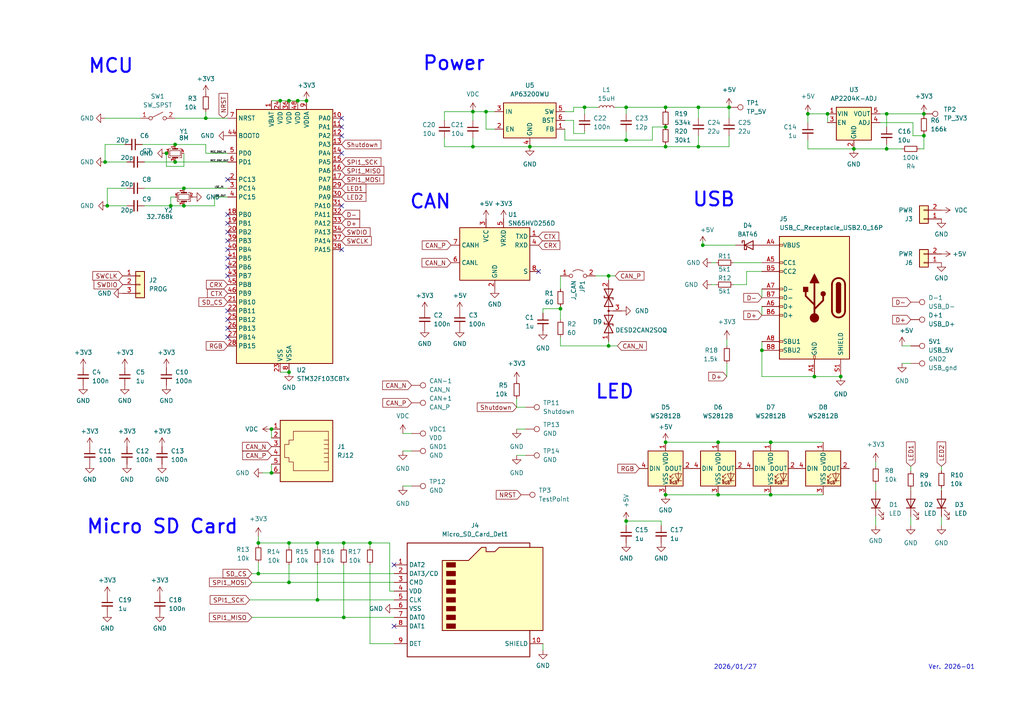
<source format=kicad_sch>
(kicad_sch (version 20231120) (generator "eeschema") (generator_version "8.0")
  (paper "A4")
  (junction (at 202.565 42.545))
  (junction (at 202.565 31.115))
  (junction (at 234.315 33.02))
  (junction (at 181.61 151.13))
  (junction (at 30.48 46.99))
  (junction (at 193.04 36.83))
  (junction (at 176.53 100.33))
  (junction (at 181.61 31.115))
  (junction (at 181.61 40.64))
  (junction (at 83.82 168.91))
  (junction (at 223.52 143.51))
  (junction (at 31.115 59.69))
  (junction (at 208.28 128.27))
  (junction (at 81.28 29.21))
  (junction (at 99.695 157.48))
  (junction (at 153.67 42.545))
  (junction (at 49.53 59.69))
  (junction (at 92.075 173.99))
  (junction (at 193.04 31.115))
  (junction (at 83.82 107.95))
  (junction (at 48.26 44.45))
  (junction (at 83.82 29.21))
  (junction (at 243.84 109.22))
  (junction (at 220.98 101.6))
  (junction (at 137.16 32.385))
  (junction (at 223.52 128.27))
  (junction (at 169.545 31.115))
  (junction (at 50.8 41.91))
  (junction (at 107.315 157.48))
  (junction (at 83.82 157.48))
  (junction (at 92.075 157.48))
  (junction (at 53.34 54.61))
  (junction (at 267.97 39.37))
  (junction (at 78.74 137.16))
  (junction (at 240.03 33.02))
  (junction (at 50.8 46.99))
  (junction (at 74.93 157.48))
  (junction (at 74.93 166.37))
  (junction (at 193.04 143.51))
  (junction (at 247.65 43.18))
  (junction (at 53.34 59.69))
  (junction (at 88.9 29.21))
  (junction (at 59.69 34.29))
  (junction (at 267.97 33.02))
  (junction (at 193.04 128.27))
  (junction (at 257.175 43.18))
  (junction (at 236.22 109.22))
  (junction (at 176.53 80.01))
  (junction (at 86.36 29.21))
  (junction (at 203.835 71.12))
  (junction (at 140.97 32.385))
  (junction (at 257.175 33.02))
  (junction (at 162.56 89.535))
  (junction (at 208.28 143.51))
  (junction (at 211.455 31.115))
  (junction (at 137.16 42.545))
  (junction (at 193.04 42.545))
  (junction (at 99.695 179.07))
  (junction (at 78.74 124.46))
  (no_connect (at 66.04 72.39))
  (no_connect (at 66.04 80.01))
  (no_connect (at 156.21 78.74))
  (no_connect (at 66.04 67.31))
  (no_connect (at 66.04 74.93))
  (no_connect (at 66.04 97.79))
  (no_connect (at 66.04 52.07))
  (no_connect (at 114.3 181.61))
  (no_connect (at 114.3 163.83))
  (no_connect (at 99.06 44.45))
  (no_connect (at 99.06 34.29))
  (no_connect (at 66.04 77.47))
  (no_connect (at 99.06 36.83))
  (no_connect (at 66.04 62.23))
  (no_connect (at 99.06 72.39))
  (no_connect (at 66.04 95.25))
  (no_connect (at 66.04 64.77))
  (no_connect (at 99.06 59.69))
  (no_connect (at 66.04 92.71))
  (no_connect (at 66.04 69.85))
  (no_connect (at 99.06 39.37))
  (no_connect (at 66.04 90.17))
  (wire (pts (xy 257.175 33.02) (xy 257.175 36.83)))
  (wire (pts (xy 176.53 99.06) (xy 176.53 100.33)))
  (wire (pts (xy 163.83 40.64) (xy 181.61 40.64)))
  (wire (pts (xy 176.53 81.28) (xy 176.53 80.01)))
  (wire (pts (xy 193.04 31.115) (xy 202.565 31.115)))
  (wire (pts (xy 53.34 48.26) (xy 48.26 48.26)))
  (wire (pts (xy 140.97 32.385) (xy 140.97 37.465)))
  (wire (pts (xy 99.695 157.48) (xy 107.315 157.48)))
  (wire (pts (xy 261.62 100.33) (xy 264.16 100.33)))
  (wire (pts (xy 189.23 36.83) (xy 193.04 36.83)))
  (wire (pts (xy 202.565 42.545) (xy 193.04 42.545)))
  (wire (pts (xy 137.16 42.545) (xy 153.67 42.545)))
  (wire (pts (xy 113.03 171.45) (xy 114.3 171.45)))
  (wire (pts (xy 73.025 168.91) (xy 83.82 168.91)))
  (wire (pts (xy 31.115 59.69) (xy 36.83 59.69)))
  (wire (pts (xy 62.23 59.69) (xy 62.23 57.15)))
  (wire (pts (xy 59.69 32.385) (xy 59.69 34.29)))
  (wire (pts (xy 50.8 41.91) (xy 59.69 41.91)))
  (wire (pts (xy 92.075 157.48) (xy 92.075 158.75)))
  (wire (pts (xy 128.905 32.385) (xy 137.16 32.385)))
  (wire (pts (xy 202.565 31.115) (xy 211.455 31.115)))
  (wire (pts (xy 50.8 57.15) (xy 49.53 57.15)))
  (wire (pts (xy 74.93 166.37) (xy 114.3 166.37)))
  (wire (pts (xy 149.86 132.08) (xy 152.4 132.08)))
  (wire (pts (xy 41.91 54.61) (xy 53.34 54.61)))
  (wire (pts (xy 162.56 89.535) (xy 162.56 92.71)))
  (wire (pts (xy 234.315 43.18) (xy 247.65 43.18)))
  (wire (pts (xy 73.025 166.37) (xy 74.93 166.37)))
  (wire (pts (xy 266.7 43.18) (xy 267.97 43.18)))
  (wire (pts (xy 264.795 35.56) (xy 264.795 39.37)))
  (wire (pts (xy 202.565 39.37) (xy 202.565 42.545)))
  (wire (pts (xy 74.93 163.195) (xy 74.93 166.37)))
  (wire (pts (xy 179.07 100.33) (xy 176.53 100.33)))
  (wire (pts (xy 181.61 152.4) (xy 181.61 151.13)))
  (wire (pts (xy 50.8 46.99) (xy 66.04 46.99)))
  (wire (pts (xy 73.025 179.07) (xy 99.695 179.07)))
  (wire (pts (xy 169.545 38.735) (xy 169.545 38.1)))
  (wire (pts (xy 166.37 31.115) (xy 166.37 32.385)))
  (wire (pts (xy 53.34 44.45) (xy 53.34 48.26)))
  (wire (pts (xy 83.82 157.48) (xy 92.075 157.48)))
  (wire (pts (xy 208.28 143.51) (xy 223.52 143.51)))
  (wire (pts (xy 178.435 80.01) (xy 176.53 80.01)))
  (wire (pts (xy 193.04 42.545) (xy 153.67 42.545)))
  (wire (pts (xy 30.48 34.29) (xy 40.64 34.29)))
  (wire (pts (xy 78.74 137.16) (xy 76.2 137.16)))
  (wire (pts (xy 234.315 40.64) (xy 234.315 43.18)))
  (wire (pts (xy 41.91 46.99) (xy 50.8 46.99)))
  (wire (pts (xy 81.28 107.95) (xy 83.82 107.95)))
  (wire (pts (xy 62.23 57.15) (xy 66.04 57.15)))
  (wire (pts (xy 74.93 157.48) (xy 74.93 158.115)))
  (wire (pts (xy 116.84 130.81) (xy 119.38 130.81)))
  (wire (pts (xy 236.22 109.22) (xy 243.84 109.22)))
  (wire (pts (xy 128.905 40.005) (xy 128.905 42.545)))
  (wire (pts (xy 220.98 86.36) (xy 220.98 83.82)))
  (wire (pts (xy 267.97 39.37) (xy 267.97 43.18)))
  (wire (pts (xy 107.315 186.69) (xy 114.3 186.69)))
  (wire (pts (xy 208.28 128.27) (xy 223.52 128.27)))
  (wire (pts (xy 181.61 31.115) (xy 181.61 33.02)))
  (wire (pts (xy 162.56 88.9) (xy 162.56 89.535)))
  (wire (pts (xy 107.315 163.83) (xy 107.315 186.69)))
  (wire (pts (xy 178.435 31.115) (xy 181.61 31.115)))
  (wire (pts (xy 31.115 54.61) (xy 36.83 54.61)))
  (wire (pts (xy 193.04 128.27) (xy 208.28 128.27)))
  (wire (pts (xy 30.48 46.99) (xy 30.48 41.91)))
  (wire (pts (xy 78.74 124.46) (xy 78.74 127)))
  (wire (pts (xy 41.275 41.91) (xy 50.8 41.91)))
  (wire (pts (xy 220.98 109.22) (xy 236.22 109.22)))
  (wire (pts (xy 137.16 32.385) (xy 140.97 32.385)))
  (wire (pts (xy 49.53 57.15) (xy 49.53 59.69)))
  (wire (pts (xy 210.82 98.425) (xy 210.82 100.33)))
  (wire (pts (xy 193.04 31.75) (xy 193.04 31.115)))
  (wire (pts (xy 92.075 163.83) (xy 92.075 173.99)))
  (wire (pts (xy 107.315 157.48) (xy 113.03 157.48)))
  (wire (pts (xy 202.565 42.545) (xy 211.455 42.545)))
  (wire (pts (xy 220.98 99.06) (xy 220.98 101.6)))
  (wire (pts (xy 83.82 163.83) (xy 83.82 168.91)))
  (wire (pts (xy 223.52 128.27) (xy 238.76 128.27)))
  (wire (pts (xy 220.98 78.74) (xy 216.535 78.74)))
  (wire (pts (xy 264.16 141.732) (xy 264.16 142.24)))
  (wire (pts (xy 210.82 105.41) (xy 210.82 109.22)))
  (wire (pts (xy 128.905 42.545) (xy 137.16 42.545)))
  (wire (pts (xy 193.04 41.91) (xy 193.04 42.545)))
  (wire (pts (xy 264.16 135.255) (xy 264.16 136.652)))
  (wire (pts (xy 273.05 141.605) (xy 273.05 142.24)))
  (wire (pts (xy 202.565 34.29) (xy 202.565 31.115)))
  (wire (pts (xy 247.65 43.18) (xy 257.175 43.18)))
  (wire (pts (xy 234.315 33.02) (xy 234.315 35.56)))
  (wire (pts (xy 128.905 32.385) (xy 128.905 34.925)))
  (wire (pts (xy 189.23 40.64) (xy 189.23 36.83)))
  (wire (pts (xy 107.315 157.48) (xy 107.315 158.75)))
  (wire (pts (xy 157.48 89.535) (xy 162.56 89.535)))
  (wire (pts (xy 83.82 157.48) (xy 83.82 158.75)))
  (wire (pts (xy 162.56 100.33) (xy 162.56 97.79)))
  (wire (pts (xy 72.39 173.99) (xy 92.075 173.99)))
  (wire (pts (xy 59.69 44.45) (xy 66.04 44.45)))
  (wire (pts (xy 137.16 32.385) (xy 137.16 34.925)))
  (wire (pts (xy 216.535 78.74) (xy 216.535 82.55)))
  (wire (pts (xy 116.84 140.97) (xy 119.38 140.97)))
  (wire (pts (xy 254 149.86) (xy 254 152.4)))
  (wire (pts (xy 157.48 89.535) (xy 157.48 90.805)))
  (wire (pts (xy 157.48 188.595) (xy 157.48 186.69)))
  (wire (pts (xy 220.98 91.44) (xy 220.98 88.9)))
  (wire (pts (xy 181.61 40.64) (xy 189.23 40.64)))
  (wire (pts (xy 86.36 29.21) (xy 88.9 29.21)))
  (wire (pts (xy 53.34 59.69) (xy 62.23 59.69)))
  (wire (pts (xy 267.97 33.02) (xy 267.97 33.655)))
  (wire (pts (xy 149.86 118.11) (xy 152.4 118.11)))
  (wire (pts (xy 166.37 34.925) (xy 166.37 38.735)))
  (wire (pts (xy 176.53 100.33) (xy 162.56 100.33)))
  (wire (pts (xy 203.835 71.12) (xy 213.36 71.12)))
  (wire (pts (xy 273.05 136.525) (xy 273.05 135.255)))
  (wire (pts (xy 74.93 155.575) (xy 74.93 157.48)))
  (wire (pts (xy 78.74 29.21) (xy 81.28 29.21)))
  (wire (pts (xy 166.37 38.735) (xy 169.545 38.735)))
  (wire (pts (xy 99.695 179.07) (xy 114.3 179.07)))
  (wire (pts (xy 113.03 157.48) (xy 113.03 171.45)))
  (wire (pts (xy 264.16 149.86) (xy 264.16 152.4)))
  (wire (pts (xy 116.84 125.73) (xy 119.38 125.73)))
  (wire (pts (xy 264.795 35.56) (xy 255.27 35.56)))
  (wire (pts (xy 92.075 173.99) (xy 114.3 173.99)))
  (wire (pts (xy 163.83 37.465) (xy 163.83 40.64)))
  (wire (pts (xy 273.05 149.86) (xy 273.05 152.4)))
  (wire (pts (xy 212.725 76.2) (xy 220.98 76.2)))
  (wire (pts (xy 162.56 80.01) (xy 162.56 83.82)))
  (wire (pts (xy 264.795 39.37) (xy 267.97 39.37)))
  (wire (pts (xy 30.48 46.99) (xy 36.83 46.99)))
  (wire (pts (xy 140.97 37.465) (xy 143.51 37.465)))
  (wire (pts (xy 220.98 101.6) (xy 220.98 109.22)))
  (wire (pts (xy 181.61 40.64) (xy 181.61 38.1)))
  (wire (pts (xy 169.545 31.115) (xy 173.355 31.115)))
  (wire (pts (xy 203.835 71.12) (xy 203.835 69.85)))
  (wire (pts (xy 255.27 33.02) (xy 257.175 33.02)))
  (wire (pts (xy 207.645 76.2) (xy 206.375 76.2)))
  (wire (pts (xy 267.97 38.735) (xy 267.97 39.37)))
  (wire (pts (xy 50.8 34.29) (xy 59.69 34.29)))
  (wire (pts (xy 74.93 157.48) (xy 83.82 157.48)))
  (wire (pts (xy 83.82 29.21) (xy 86.36 29.21)))
  (wire (pts (xy 41.91 59.69) (xy 49.53 59.69)))
  (wire (pts (xy 261.62 105.41) (xy 264.16 105.41)))
  (wire (pts (xy 240.03 33.02) (xy 240.03 35.56)))
  (wire (pts (xy 191.77 152.4) (xy 191.77 151.13)))
  (wire (pts (xy 254 135.255) (xy 254 133.985)))
  (wire (pts (xy 207.645 82.55) (xy 206.375 82.55)))
  (wire (pts (xy 240.03 33.02) (xy 234.315 33.02)))
  (wire (pts (xy 49.53 59.69) (xy 53.34 59.69)))
  (wire (pts (xy 163.83 34.925) (xy 166.37 34.925)))
  (wire (pts (xy 83.82 168.91) (xy 114.3 168.91)))
  (wire (pts (xy 140.97 32.385) (xy 143.51 32.385)))
  (wire (pts (xy 31.115 59.69) (xy 31.115 54.61)))
  (wire (pts (xy 149.86 115.57) (xy 149.86 118.11)))
  (wire (pts (xy 216.535 82.55) (xy 212.725 82.55)))
  (wire (pts (xy 166.37 31.115) (xy 169.545 31.115)))
  (wire (pts (xy 254 140.335) (xy 254 142.24)))
  (wire (pts (xy 92.075 157.48) (xy 99.695 157.48)))
  (wire (pts (xy 211.455 31.115) (xy 211.455 34.29)))
  (wire (pts (xy 59.69 44.45) (xy 59.69 41.91)))
  (wire (pts (xy 30.48 41.91) (xy 36.195 41.91)))
  (wire (pts (xy 257.175 33.02) (xy 267.97 33.02)))
  (wire (pts (xy 193.04 143.51) (xy 208.28 143.51)))
  (wire (pts (xy 257.175 41.91) (xy 257.175 43.18)))
  (wire (pts (xy 166.37 32.385) (xy 163.83 32.385)))
  (wire (pts (xy 257.175 43.18) (xy 261.62 43.18)))
  (wire (pts (xy 78.74 134.62) (xy 78.74 137.16)))
  (wire (pts (xy 181.61 151.13) (xy 191.77 151.13)))
  (wire (pts (xy 223.52 143.51) (xy 238.76 143.51)))
  (wire (pts (xy 99.695 157.48) (xy 99.695 158.75)))
  (wire (pts (xy 137.16 40.005) (xy 137.16 42.545)))
  (wire (pts (xy 53.34 54.61) (xy 66.04 54.61)))
  (wire (pts (xy 48.26 48.26) (xy 48.26 44.45)))
  (wire (pts (xy 99.695 163.83) (xy 99.695 179.07)))
  (wire (pts (xy 176.53 80.01) (xy 172.72 80.01)))
  (wire (pts (xy 181.61 31.115) (xy 193.04 31.115)))
  (wire (pts (xy 169.545 33.02) (xy 169.545 31.115)))
  (wire (pts (xy 81.28 29.21) (xy 83.82 29.21)))
  (wire (pts (xy 211.455 39.37) (xy 211.455 42.545)))
  (wire (pts (xy 59.69 34.29) (xy 66.04 34.29)))
  (wire (pts (xy 149.86 124.46) (xy 152.4 124.46)))
  (text "Ver. 2026-01" (at 269.24 194.31 0) (effects (font (size 1.27 1.27)) (justify left bottom)))
  (text "LED" (at 172.466 116.078 0) (effects (font (size 4 4) (thickness 0.6) (bold yes)) (justify left bottom)))
  (text "MCU\n" (at 25.4 21.59 0) (effects (font (size 4 4) (thickness 0.6) (bold yes)) (justify left bottom)))
  (text "USB\n" (at 200.66 60.325 0) (effects (font (size 4 4) (thickness 0.6) (bold yes)) (justify left bottom)))
  (text "2026/01/27" (at 207.01 194.31 0) (effects (font (size 1.27 1.27)) (justify left bottom)))
  (text "CAN" (at 118.618 60.96 0) (effects (font (size 4 4) (thickness 0.6) (bold yes)) (justify left bottom)))
  (text "Power" (at 122.428 20.828 0) (effects (font (size 4 4) (thickness 0.6) (bold yes)) (justify left bottom)))
  (text "Micro SD Card" (at 24.892 155.194 0) (effects (font (size 4 4) (thickness 0.6) (bold yes)) (justify left bottom)))
  (label "LSE_IN" (at 62.23 54.61 0) (effects (font (size 0.5 0.5))))
  (label "RCC_OSC_OUT" (at 60.96 46.99 0) (effects (font (size 0.5 0.5))))
  (label "RCC_OSC_IN" (at 60.96 44.45 0) (effects (font (size 0.5 0.5))))
  (label "LSE_OUT" (at 62.23 57.15 0) (effects (font (size 0.5 0.5))))
  (global_label "NRST" (shape input) (at 151.13 143.51 180) (property "Intersheetrefs" "${INTERSHEET_REFS}" (effects (hide yes))))
  (global_label "LED1" (shape input) (at 264.16 135.255 90) (property "Intersheetrefs" "${INTERSHEET_REFS}" (effects (hide yes))))
  (global_label "D-" (shape input) (at 99.06 62.23 0) (property "Intersheetrefs" "${INTERSHEET_REFS}" (effects (hide yes))))
  (global_label "CRX" (shape input) (at 66.04 82.55 180) (property "Intersheetrefs" "${INTERSHEET_REFS}" (effects (hide yes))))
  (global_label "SPI1_MOSI" (shape input) (at 99.06 52.07 0) (property "Intersheetrefs" "${INTERSHEET_REFS}" (effects (hide yes))))
  (global_label "CAN_P" (shape input) (at 78.74 132.08 180) (property "Intersheetrefs" "${INTERSHEET_REFS}" (effects (hide yes))))
  (global_label "CAN_N" (shape input) (at 78.74 129.54 180) (property "Intersheetrefs" "${INTERSHEET_REFS}" (effects (hide yes))))
  (global_label "CAN_P" (shape input) (at 178.435 80.01 0) (property "Intersheetrefs" "${INTERSHEET_REFS}" (effects (hide yes))))
  (global_label "CAN_N" (shape input) (at 179.07 100.33 0) (property "Intersheetrefs" "${INTERSHEET_REFS}" (effects (hide yes))))
  (global_label "D+" (shape input) (at 99.06 64.77 0) (property "Intersheetrefs" "${INTERSHEET_REFS}" (effects (hide yes))))
  (global_label "LED2" (shape input) (at 273.05 135.255 90) (property "Intersheetrefs" "${INTERSHEET_REFS}" (effects (hide yes))))
  (global_label "D-" (shape input) (at 264.16 87.63 180) (property "Intersheetrefs" "${INTERSHEET_REFS}" (effects (hide yes))))
  (global_label "SPI1_MOSI" (shape input) (at 73.025 168.91 180) (property "Intersheetrefs" "${INTERSHEET_REFS}" (effects (hide yes))))
  (global_label "SWCLK" (shape input) (at 99.06 69.85 0) (property "Intersheetrefs" "${INTERSHEET_REFS}" (effects (hide yes))))
  (global_label "SD_CS" (shape input) (at 73.025 166.37 180) (property "Intersheetrefs" "${INTERSHEET_REFS}" (effects (hide yes))))
  (global_label "SWDIO" (shape input) (at 35.56 82.55 180) (property "Intersheetrefs" "${INTERSHEET_REFS}" (effects (hide yes))))
  (global_label "SPI1_SCK" (shape input) (at 99.06 46.99 0) (property "Intersheetrefs" "${INTERSHEET_REFS}" (effects (hide yes))))
  (global_label "CRX" (shape input) (at 156.21 71.12 0) (property "Intersheetrefs" "${INTERSHEET_REFS}" (effects (hide yes))))
  (global_label "SD_CS" (shape input) (at 66.04 87.63 180) (property "Intersheetrefs" "${INTERSHEET_REFS}" (effects (hide yes))))
  (global_label "SPI1_MISO" (shape input) (at 99.06 49.53 0) (property "Intersheetrefs" "${INTERSHEET_REFS}" (effects (hide yes))))
  (global_label "CTX" (shape input) (at 66.04 85.09 180) (property "Intersheetrefs" "${INTERSHEET_REFS}" (effects (hide yes))))
  (global_label "D+" (shape input) (at 264.16 92.71 180) (property "Intersheetrefs" "${INTERSHEET_REFS}" (effects (hide yes))))
  (global_label "RGB" (shape input) (at 185.42 135.89 180) (property "Intersheetrefs" "${INTERSHEET_REFS}" (effects (hide yes))))
  (global_label "LED2" (shape input) (at 99.06 57.15 0) (property "Intersheetrefs" "${INTERSHEET_REFS}" (effects (hide yes))))
  (global_label "SWDIO" (shape input) (at 99.06 67.31 0) (property "Intersheetrefs" "${INTERSHEET_REFS}" (effects (hide yes))))
  (global_label "LED1" (shape input) (at 99.06 54.61 0) (property "Intersheetrefs" "${INTERSHEET_REFS}" (effects (hide yes))))
  (global_label "RGB" (shape input) (at 66.04 100.33 180) (property "Intersheetrefs" "${INTERSHEET_REFS}" (effects (hide yes))))
  (global_label "SPI1_SCK" (shape input) (at 72.39 173.99 180) (property "Intersheetrefs" "${INTERSHEET_REFS}" (effects (hide yes))))
  (global_label "CAN_N" (shape input) (at 130.81 76.2 180) (property "Intersheetrefs" "${INTERSHEET_REFS}" (effects (hide yes))))
  (global_label "CAN_P" (shape input) (at 130.81 71.12 180) (property "Intersheetrefs" "${INTERSHEET_REFS}" (effects (hide yes))))
  (global_label "D+" (shape input) (at 220.98 91.44 180) (property "Intersheetrefs" "${INTERSHEET_REFS}" (effects (hide yes))))
  (global_label "CAN_P" (shape input) (at 119.38 116.84 180) (property "Intersheetrefs" "${INTERSHEET_REFS}" (effects (hide yes))))
  (global_label "NRST" (shape input) (at 64.77 34.29 90) (property "Intersheetrefs" "${INTERSHEET_REFS}" (effects (hide yes))))
  (global_label "SPI1_MISO" (shape input) (at 73.025 179.07 180) (property "Intersheetrefs" "${INTERSHEET_REFS}" (effects (hide yes))))
  (global_label "CAN_N" (shape input) (at 119.38 111.76 180) (property "Intersheetrefs" "${INTERSHEET_REFS}" (effects (hide yes))))
  (global_label "D-" (shape input) (at 220.98 86.36 180) (property "Intersheetrefs" "${INTERSHEET_REFS}" (effects (hide yes))))
  (global_label "Shutdown" (shape input) (at 99.06 41.91 0) (property "Intersheetrefs" "${INTERSHEET_REFS}" (effects (hide yes))))
  (global_label "CTX" (shape input) (at 156.21 68.58 0) (property "Intersheetrefs" "${INTERSHEET_REFS}" (effects (hide yes))))
  (global_label "Shutdown" (shape input) (at 149.86 118.11 180) (property "Intersheetrefs" "${INTERSHEET_REFS}" (effects (hide yes))))
  (global_label "D+" (shape input) (at 210.82 109.22 180) (property "Intersheetrefs" "${INTERSHEET_REFS}" (effects (hide yes))))
  (global_label "SWCLK" (shape input) (at 35.56 80.01 180) (property "Intersheetrefs" "${INTERSHEET_REFS}" (effects (hide yes))))
  (symbol (lib_id "Connector:TestPoint") (at 119.38 116.84 270) (unit 1)
    (property "Reference" "CAN+1" (at 124.46 115.5699 90) (effects (justify left)))
    (property "Value" "CAN_P" (at 124.46 118.1099 90) (effects (justify left)))
    (property "Footprint" "TestPoint:TestPoint_THTPad_D1.5mm_Drill0.7mm" (effects (hide yes)))
  )
  (symbol (lib_id "Connector:TestPoint") (at 211.455 31.115 270) (unit 1)
    (property "Reference" "TP1" (at 216.535 29.845 90) (effects (justify left)))
    (property "Value" "TP_5V" (at 216.535 32.385 90) (effects (justify left)))
    (property "Footprint" "TestPoint:TestPoint_THTPad_D1.5mm_Drill0.7mm" (effects (hide yes)))
  )
  (symbol (lib_id "Device:D_TVS_Dual_AAC") (at 176.53 90.17 90) (unit 1)
    (property "Reference" "D9" (at 174.625 93.345 90) (effects (justify left)))
    (property "Value" "DESD2CAN2SOQ" (at 193.548 95.758 90) (effects (justify left)))
    (property "Footprint" "Package_TO_SOT_SMD:TSOT-23" (effects (hide yes)))
  )
  (symbol (lib_id "Device:C_Small") (at 36.83 132.08 0) (unit 1)
    (property "Reference" "C12" (at 39.37 130.8163 0) (effects (justify left)))
    (property "Value" "100n" (at 39.37 133.3563 0) (effects (justify left)))
    (property "Footprint" "Capacitor_SMD:C_0603_1608Metric" (effects (hide yes)))
  )
  (symbol (lib_id "Device:C_Small") (at 191.77 154.94 0) (unit 1)
    (property "Reference" "C17" (at 194.31 153.6762 0) (effects (justify left)))
    (property "Value" "1u" (at 194.31 156.2162 0) (effects (justify left)))
    (property "Footprint" "Capacitor_SMD:C_0805_2012Metric" (effects (hide yes)))
  )
  (symbol (lib_id "power:+3V3") (at 123.19 90.17 0) (unit 1)
    (property "Reference" "#PWR03" (effects (hide yes)))
    (property "Value" "+3V3" (at 123.19 85.725 0))
  )
  (symbol (lib_id "power:GND") (at 66.04 39.37 270) (unit 1)
    (property "Reference" "#PWR025" (effects (hide yes)))
    (property "Value" "GND" (at 62.23 39.37 90) (effects (justify right)))
  )
  (symbol (lib_id "Device:R_Small") (at 210.185 82.55 90) (unit 1)
    (property "Reference" "R12" (at 210.185 80.645 90))
    (property "Value" "5k1" (at 210.185 84.455 90))
    (property "Footprint" "Resistor_SMD:R_0603_1608Metric" (effects (hide yes)))
  )
  (symbol (lib_id "Device:C_Small") (at 169.545 35.56 0) (unit 1)
    (property "Reference" "C22" (at 172.085 34.2963 0) (effects (justify left)))
    (property "Value" "100n" (at 172.085 36.8363 0) (effects (justify left)))
    (property "Footprint" "Capacitor_SMD:C_0603_1608Metric" (effects (hide yes)))
  )
  (symbol (lib_id "Device:C_Small") (at 211.455 36.83 0) (unit 1)
    (property "Reference" "C25" (at 213.995 35.5663 0) (effects (justify left)))
    (property "Value" "22u" (at 213.995 38.1063 0) (effects (justify left)))
    (property "Footprint" "Capacitor_SMD:C_0805_2012Metric" (effects (hide yes)))
  )
  (symbol (lib_id "power:VDC") (at 78.74 124.46 90) (unit 1)
    (property "Reference" "#PWR01" (effects (hide yes)))
    (property "Value" "VDC" (at 74.93 124.4599 90) (effects (justify left)))
  )
  (symbol (lib_id "Device:C_Small") (at 181.61 154.94 0) (unit 1)
    (property "Reference" "C15" (at 184.15 153.6762 0) (effects (justify left)))
    (property "Value" "1u" (at 184.15 156.2162 0) (effects (justify left)))
    (property "Footprint" "Capacitor_SMD:C_0805_2012Metric" (effects (hide yes)))
  )
  (symbol (lib_id "Device:C_Small") (at 48.26 109.22 0) (unit 1)
    (property "Reference" "C10" (at 50.8 107.9563 0) (effects (justify left)))
    (property "Value" "100n" (at 50.8 110.4963 0) (effects (justify left)))
    (property "Footprint" "Capacitor_SMD:C_0603_1608Metric" (effects (hide yes)))
  )
  (symbol (lib_id "Device:Crystal_GND24_Small") (at 50.8 44.45 270) (unit 1)
    (property "Reference" "Y1" (at 53.34 38.1 90))
    (property "Value" "8M" (at 53.34 40.005 90))
    (property "Footprint" "Crystal:Crystal_SMD_SeikoEpson_FA238-4Pin_3.2x2.5mm" (effects (hide yes)))
  )
  (symbol (lib_id "Device:C_Small") (at 39.37 54.61 270) (unit 1)
    (property "Reference" "C8" (at 42.545 52.07 90))
    (property "Value" "20p" (at 36.83 53.34 90))
    (property "Footprint" "Capacitor_SMD:C_0603_1608Metric" (effects (hide yes)))
  )
  (symbol (lib_id "power:GND") (at 26.035 134.62 0) (unit 1)
    (property "Reference" "#PWR024" (effects (hide yes)))
    (property "Value" "GND" (at 26.035 139.065 0))
  )
  (symbol (lib_id "LED:WS2812B") (at 193.04 135.89 0) (unit 1)
    (property "Reference" "D5" (at 193.04 118.11 0))
    (property "Value" "WS2812B" (at 193.04 120.65 0))
    (property "Footprint" "LED_SMD:LED_WS2812B_PLCC4_5.0x5.0mm_P3.2mm" (effects (hide yes)))
    (property "Datasheet" "https://cdn-shop.adafruit.com/datasheets/WS2812B.pdf" (effects (hide yes)))
    (property "Description" "RGB LED with integrated controller" (effects (hide yes)))
  )
  (symbol (lib_id "Connector_Generic:Conn_01x02") (at 267.97 76.2 180) (unit 1)
    (property "Reference" "J6" (at 264.795 76.2 0) (effects (justify left)))
    (property "Value" "PWR" (at 264.795 73.66 0) (effects (justify left)))
    (property "Footprint" "Connector_PinHeader_2.54mm:PinHeader_1x02_P2.54mm_Vertical" (effects (hide yes)))
  )
  (symbol (lib_id "Device:R_Small") (at 264.16 43.18 90) (mirror x) (unit 1)
    (property "Reference" "R4" (at 264.16 48.26 90))
    (property "Value" "100k" (at 264.16 45.72 90))
    (property "Footprint" "Resistor_SMD:R_0603_1608Metric" (effects (hide yes)))
  )
  (symbol (lib_id "Device:R_Small") (at 193.04 39.37 0) (unit 1)
    (property "Reference" "R20" (at 195.58 38.1 0) (effects (justify left)))
    (property "Value" "30k1" (at 195.58 40.64 0) (effects (justify left)))
    (property "Footprint" "Resistor_SMD:R_0603_1608Metric" (effects (hide yes)))
  )
  (symbol (lib_id "Device:C_Small") (at 39.37 46.99 270) (unit 1)
    (property "Reference" "C7" (at 42.545 43.815 90))
    (property "Value" "20p" (at 36.83 45.72 90))
    (property "Footprint" "Capacitor_SMD:C_0603_1608Metric" (effects (hide yes)))
  )
  (symbol (lib_id "power:GND") (at 180.34 90.17 90) (unit 1)
    (property "Reference" "#PWR71" (effects (hide yes)))
    (property "Value" "GND" (at 184.15 90.1699 90) (effects (justify right)))
  )
  (symbol (lib_id "Device:C_Small") (at 31.115 175.26 0) (unit 1)
    (property "Reference" "C19" (at 34.29 173.9963 0) (effects (justify left)))
    (property "Value" "1u" (at 34.29 176.5363 0) (effects (justify left)))
    (property "Footprint" "Capacitor_SMD:C_0805_2012Metric" (effects (hide yes)))
  )
  (symbol (lib_id "power:GND") (at 261.62 105.41 0) (unit 1)
    (property "Reference" "#PWR036" (effects (hide yes)))
    (property "Value" "GND" (at 261.62 110.49 0))
  )
  (symbol (lib_id "power:GND") (at 123.19 95.25 0) (unit 1)
    (property "Reference" "#PWR04" (effects (hide yes)))
    (property "Value" "GND" (at 123.19 99.695 0))
  )
  (symbol (lib_id "power:GND") (at 273.05 63.5 0) (unit 1)
    (property "Reference" "#PWR042" (effects (hide yes)))
    (property "Value" "GND" (at 273.05 67.945 0))
  )
  (symbol (lib_id "power:+3V3") (at 149.86 110.49 0) (unit 1)
    (property "Reference" "#PWR026" (effects (hide yes)))
    (property "Value" "+3V3" (at 149.86 105.41 0))
  )
  (symbol (lib_id "power:GND") (at 114.3 176.53 270) (unit 1)
    (property "Reference" "#PWR053" (effects (hide yes)))
    (property "Value" "GND" (at 111.125 176.53 90) (effects (justify right)))
  )
  (symbol (lib_id "Device:R_Small") (at 162.56 86.36 0) (mirror y) (unit 1)
    (property "Reference" "R1" (at 160.655 85.09 0) (effects (justify left)))
    (property "Value" "60" (at 160.655 87.63 0) (effects (justify left)))
    (property "Footprint" "Resistor_SMD:R_0603_1608Metric" (effects (hide yes)))
  )
  (symbol (lib_id "Connector:RJ12") (at 88.9 129.54 180) (unit 1)
    (property "Reference" "J1" (at 97.79 129.5399 0) (effects (justify right)))
    (property "Value" "RJ12" (at 97.79 132.0799 0) (effects (justify right)))
    (property "Footprint" "Connector_RJ:RJ12_Amphenol_54601-x06_Horizontal" (effects (hide yes)))
    (property "Description" "RJ connector, 6P6C (6 positions 6 connected)" (effects (hide yes)))
  )
  (symbol (lib_id "power:GND") (at 149.86 124.46 0) (unit 1)
    (property "Reference" "#PWR067" (effects (hide yes)))
    (property "Value" "GND" (at 149.86 129.54 0))
  )
  (symbol (lib_id "power:+3V3") (at 36.83 129.54 0) (unit 1)
    (property "Reference" "#PWR027" (effects (hide yes)))
    (property "Value" "+3V3" (at 36.83 125.095 0))
  )
  (symbol (lib_id "power:+5V") (at 234.315 33.02 0) (unit 1)
    (property "Reference" "#PWR035" (effects (hide yes)))
    (property "Value" "+5V" (at 234.315 27.94 0))
  )
  (symbol (lib_id "power:GND") (at 149.86 132.08 0) (unit 1)
    (property "Reference" "#PWR068" (effects (hide yes)))
    (property "Value" "GND" (at 149.86 137.16 0))
  )
  (symbol (lib_id "Device:R_Small") (at 193.04 34.29 0) (unit 1)
    (property "Reference" "R19" (at 195.58 33.02 0) (effects (justify left)))
    (property "Value" "534k" (at 195.58 35.56 0) (effects (justify left)))
    (property "Footprint" "Resistor_SMD:R_0603_1608Metric" (effects (hide yes)))
  )
  (symbol (lib_id "power:GND") (at 48.26 111.76 0) (unit 1)
    (property "Reference" "#PWR019" (effects (hide yes)))
    (property "Value" "GND" (at 48.26 116.205 0))
  )
  (symbol (lib_id "Device:C_Small") (at 202.565 36.83 0) (unit 1)
    (property "Reference" "C24" (at 205.105 35.5663 0) (effects (justify left)))
    (property "Value" "22u" (at 205.105 38.1063 0) (effects (justify left)))
    (property "Footprint" "Capacitor_SMD:C_0805_2012Metric" (effects (hide yes)))
  )
  (symbol (lib_id "power:GND") (at 143.51 83.82 0) (unit 1)
    (property "Reference" "#PWR016" (effects (hide yes)))
    (property "Value" "GND" (at 143.51 88.265 0))
  )
  (symbol (lib_id "power:VDC") (at 137.16 32.385 0) (unit 1)
    (property "Reference" "#PWR043" (effects (hide yes)))
    (property "Value" "VDC" (at 137.16 27.305 0))
  )
  (symbol (lib_id "Device:R_Small") (at 210.82 102.87 0) (unit 1)
    (property "Reference" "R18" (at 208.28 101.6 0) (effects (justify right)))
    (property "Value" "1.5k" (at 208.28 104.14 0) (effects (justify right)))
    (property "Footprint" "Resistor_SMD:R_0603_1608Metric" (effects (hide yes)))
  )
  (symbol (lib_id "Device:R_Small") (at 107.315 161.29 0) (unit 1)
    (property "Reference" "R17" (at 104.775 160.02 0) (effects (justify right)))
    (property "Value" "10k" (at 104.775 162.56 0) (effects (justify right)))
    (property "Footprint" "Resistor_SMD:R_0603_1608Metric" (effects (hide yes)))
  )
  (symbol (lib_id "Device:C_Small") (at 26.035 132.08 0) (unit 1)
    (property "Reference" "C11" (at 28.575 130.8163 0) (effects (justify left)))
    (property "Value" "100n" (at 28.575 133.3563 0) (effects (justify left)))
    (property "Footprint" "Capacitor_SMD:C_0603_1608Metric" (effects (hide yes)))
  )
  (symbol (lib_id "Connector:TestPoint") (at 264.16 87.63 270) (unit 1)
    (property "Reference" "D-1" (at 269.24 86.3599 90) (effects (justify left)))
    (property "Value" "USB_D-" (at 269.24 88.8999 90) (effects (justify left)))
    (property "Footprint" "TestPoint:TestPoint_THTPad_D1.5mm_Drill0.7mm" (effects (hide yes)))
  )
  (symbol (lib_id "Regulator_Switching:AP63200WU") (at 153.67 34.925 0) (unit 1)
    (property "Reference" "U5" (at 153.67 24.765 0))
    (property "Value" "AP63200WU" (at 153.67 27.305 0))
    (property "Footprint" "Package_TO_SOT_SMD:TSOT-23-6" (effects (hide yes)))
    (property "Datasheet" "https://www.diodes.com/assets/Datasheets/AP63200-AP63201-AP63203-AP63205.pdf" (effects (hide yes)))
  )
  (symbol (lib_id "Connector:TestPoint") (at 152.4 124.46 270) (unit 1)
    (property "Reference" "TP13" (at 157.48 123.1899 90) (effects (justify left)))
    (property "Value" "GND" (at 157.48 125.7299 90) (effects (justify left)))
    (property "Footprint" "TestPoint:TestPoint_THTPad_D1.5mm_Drill0.7mm" (effects (hide yes)))
  )
  (symbol (lib_id "Connector:TestPoint") (at 264.16 92.71 270) (unit 1)
    (property "Reference" "D+1" (at 269.24 91.4399 90) (effects (justify left)))
    (property "Value" "USB_D+" (at 269.24 93.9799 90) (effects (justify left)))
    (property "Footprint" "TestPoint:TestPoint_THTPad_D1.5mm_Drill0.7mm" (effects (hide yes)))
  )
  (symbol (lib_id "power:GND") (at 193.04 143.51 0) (unit 1)
    (property "Reference" "#PWR034" (effects (hide yes)))
    (property "Value" "GND" (at 193.04 147.955 0))
  )
  (symbol (lib_id "power:+3V3") (at 59.69 27.305 0) (unit 1)
    (property "Reference" "#PWR022" (effects (hide yes)))
    (property "Value" "+3V3" (at 59.69 22.86 0))
  )
  (symbol (lib_id "power:GND") (at 243.84 109.22 0) (unit 1)
    (property "Reference" "#PWR051" (effects (hide yes)))
    (property "Value" "GND" (at 243.84 114.3 0))
  )
  (symbol (lib_id "power:+5V") (at 140.97 63.5 0) (unit 1)
    (property "Reference" "#PWR015" (effects (hide yes)))
    (property "Value" "+5V" (at 140.97 59.055 0))
  )
  (symbol (lib_id "power:GND") (at 36.83 134.62 0) (unit 1)
    (property "Reference" "#PWR028" (effects (hide yes)))
    (property "Value" "GND" (at 36.83 139.065 0))
  )
  (symbol (lib_id "power:GND") (at 153.67 42.545 0) (unit 1)
    (property "Reference" "#PWR064" (effects (hide yes)))
    (property "Value" "GND" (at 153.67 47.625 0))
  )
  (symbol (lib_id "Device:LED") (at 264.16 146.05 90) (unit 1)
    (property "Reference" "D2" (at 267.97 146.3675 90) (effects (justify right)))
    (property "Value" "LED" (at 267.97 148.9075 90) (effects (justify right)))
    (property "Footprint" "LED_SMD:LED_0805_2012Metric" (effects (hide yes)))
  )
  (symbol (lib_id "Connector:TestPoint") (at 119.38 125.73 270) (unit 1)
    (property "Reference" "VDC1" (at 124.46 124.4599 90) (effects (justify left)))
    (property "Value" "VDD" (at 124.46 126.9999 90) (effects (justify left)))
    (property "Footprint" "TestPoint:TestPoint_THTPad_D1.5mm_Drill0.7mm" (effects (hide yes)))
  )
  (symbol (lib_id "Device:C_Small") (at 39.37 59.69 270) (unit 1)
    (property "Reference" "C9" (at 42.545 57.785 90))
    (property "Value" "20p" (at 36.83 60.96 90))
    (property "Footprint" "Capacitor_SMD:C_0603_1608Metric" (effects (hide yes)))
  )
  (symbol (lib_id "power:+3V3") (at 24.13 106.68 0) (unit 1)
    (property "Reference" "#PWR07" (effects (hide yes)))
    (property "Value" "+3V3" (at 24.13 102.235 0))
  )
  (symbol (lib_id "Connector_Generic:Conn_01x03") (at 40.64 82.55 0) (unit 1)
    (property "Reference" "J2" (at 43.18 81.28 0) (effects (justify left)))
    (property "Value" "PROG" (at 43.18 83.82 0) (effects (justify left)))
    (property "Footprint" "Connector_PinHeader_2.54mm:PinHeader_1x03_P2.54mm_Vertical" (effects (hide yes)))
  )
  (symbol (lib_id "power:VDC") (at 116.84 125.73 0) (unit 1)
    (property "Reference" "#PWR038" (effects (hide yes)))
    (property "Value" "VDC" (at 116.84 120.65 0))
  )
  (symbol (lib_id "power:GND") (at 206.375 76.2 270) (unit 1)
    (property "Reference" "#PWR049" (effects (hide yes)))
    (property "Value" "GND" (at 203.2 76.2 90) (effects (justify right)))
  )
  (symbol (lib_id "Connector:Micro_SD_Card_Det1") (at 137.16 173.99 0) (unit 1)
    (property "Reference" "J4" (at 137.795 152.4 0))
    (property "Value" "Micro_SD_Card_Det1" (at 137.795 154.94 0))
    (property "Footprint" "Connector_Card:microSD_HC_Molex_47219-2001" (effects (hide yes)))
    (property "Datasheet" "https://www.molex.com/content/dam/molex/molex-dot-com/products/automated/en-us/salesdrawingpdf/472/47219/472192001_sd.pdf" (effects (hide yes)))
  )
  (symbol (lib_id "Device:R_Small") (at 74.93 160.655 0) (unit 1)
    (property "Reference" "R13" (at 72.39 159.385 0) (effects (justify right)))
    (property "Value" "10k" (at 72.39 161.925 0) (effects (justify right)))
    (property "Footprint" "Resistor_SMD:R_0603_1608Metric" (effects (hide yes)))
  )
  (symbol (lib_id "power:GND") (at 157.48 188.595 0) (unit 1)
    (property "Reference" "#PWR058" (effects (hide yes)))
    (property "Value" "GND" (at 157.48 193.04 0))
  )
  (symbol (lib_id "power:GND") (at 30.48 46.99 270) (unit 1)
    (property "Reference" "#PWR011" (effects (hide yes)))
    (property "Value" "GND" (at 27.305 46.99 90) (effects (justify right)))
  )
  (symbol (lib_id "power:+5V") (at 133.35 90.17 0) (unit 1)
    (property "Reference" "#PWR05" (effects (hide yes)))
    (property "Value" "+5V" (at 133.35 85.725 0))
  )
  (symbol (lib_id "power:+3V3") (at 46.355 172.72 0) (unit 1)
    (property "Reference" "#PWR054" (effects (hide yes)))
    (property "Value" "+3V3" (at 46.355 168.275 0))
  )
  (symbol (lib_id "power:GND") (at 254 152.4 0) (unit 1)
    (property "Reference" "#PWR045" (effects (hide yes)))
    (property "Value" "GND" (at 254 156.845 0))
  )
  (symbol (lib_id "Diode:BAT46") (at 217.17 71.12 0) (unit 1)
    (property "Reference" "D4" (at 216.8525 65.405 0))
    (property "Value" "BAT46" (at 216.8525 67.945 0))
    (property "Footprint" "Diode_SMD:D_SOD-123" (effects (hide yes)))
    (property "Datasheet" "http://www.vishay.com/docs/85662/bat46.pdf" (effects (hide yes)))
  )
  (symbol (lib_id "power:GND") (at 31.115 59.69 270) (unit 1)
    (property "Reference" "#PWR012" (effects (hide yes)))
    (property "Value" "GND" (at 27.305 59.69 90) (effects (justify right)))
  )
  (symbol (lib_id "power:GND") (at 116.84 130.81 0) (unit 1)
    (property "Reference" "#PWR062" (effects (hide yes)))
    (property "Value" "GND" (at 116.84 135.89 0))
  )
  (symbol (lib_id "power:GND") (at 24.13 111.76 0) (unit 1)
    (property "Reference" "#PWR08" (effects (hide yes)))
    (property "Value" "GND" (at 24.13 116.205 0))
  )
  (symbol (lib_id "power:GND") (at 36.195 111.76 0) (unit 1)
    (property "Reference" "#PWR014" (effects (hide yes)))
    (property "Value" "GND" (at 36.195 116.205 0))
  )
  (symbol (lib_id "Device:R_Small") (at 92.075 161.29 0) (unit 1)
    (property "Reference" "R15" (at 89.535 160.02 0) (effects (justify right)))
    (property "Value" "10k" (at 89.535 162.56 0) (effects (justify right)))
    (property "Footprint" "Resistor_SMD:R_0603_1608Metric" (effects (hide yes)))
  )
  (symbol (lib_id "power:GND") (at 31.115 177.8 0) (unit 1)
    (property "Reference" "#PWR057" (effects (hide yes)))
    (property "Value" "GND" (at 31.115 182.245 0))
  )
  (symbol (lib_id "power:+3V3") (at 254 133.985 0) (unit 1)
    (property "Reference" "#PWR044" (effects (hide yes)))
    (property "Value" "+3V3" (at 254 128.905 0))
  )
  (symbol (lib_id "Device:C_Small") (at 128.905 37.465 0) (mirror y) (unit 1)
    (property "Reference" "C20" (at 126.365 36.2013 0) (effects (justify left)))
    (property "Value" "10u" (at 126.365 38.7413 0) (effects (justify left)))
    (property "Footprint" "Capacitor_SMD:C_0805_2012Metric" (effects (hide yes)))
  )
  (symbol (lib_id "Device:C_Small") (at 181.61 35.56 0) (unit 1)
    (property "Reference" "C23" (at 184.15 34.2963 0) (effects (justify left)))
    (property "Value" "12p" (at 184.15 36.8363 0) (effects (justify left)))
    (property "Footprint" "Capacitor_SMD:C_0603_1608Metric" (effects (hide yes)))
  )
  (symbol (lib_id "power:+5V") (at 261.62 100.33 0) (unit 1)
    (property "Reference" "#PWR033" (effects (hide yes)))
    (property "Value" "+5V" (at 262.89 95.885 0))
  )
  (symbol (lib_id "power:GND") (at 76.2 137.16 270) (unit 1)
    (property "Reference" "#PWR063" (effects (hide yes)))
    (property "Value" "GND" (at 72.39 137.1599 90) (effects (justify right)))
  )
  (symbol (lib_id "Connector:TestPoint") (at 264.16 100.33 270) (unit 1)
    (property "Reference" "5V1" (at 269.24 99.0599 90) (effects (justify left)))
    (property "Value" "USB_5V" (at 269.24 101.5999 90) (effects (justify left)))
    (property "Footprint" "TestPoint:TestPoint_THTPad_D1.5mm_Drill0.7mm" (effects (hide yes)))
  )
  (symbol (lib_id "power:+3V3") (at 36.195 106.68 0) (unit 1)
    (property "Reference" "#PWR013" (effects (hide yes)))
    (property "Value" "+3V3" (at 36.195 102.235 0))
  )
  (symbol (lib_id "Device:C_Small") (at 38.735 41.91 270) (unit 1)
    (property "Reference" "C6" (at 41.91 39.37 90))
    (property "Value" "20p" (at 35.56 40.64 90))
    (property "Footprint" "Capacitor_SMD:C_0603_1608Metric" (effects (hide yes)))
  )
  (symbol (lib_id "power:GND") (at 83.82 107.95 0) (unit 1)
    (property "Reference" "#PWR031" (effects (hide yes)))
    (property "Value" "GND" (at 83.82 112.395 0))
  )
  (symbol (lib_id "power:+5V") (at 193.04 128.27 0) (unit 1)
    (property "Reference" "#PWR065" (effects (hide yes)))
    (property "Value" "+5V" (at 193.04 123.825 0))
  )
  (symbol (lib_id "power:+5V") (at 211.455 31.115 0) (unit 1)
    (property "Reference" "#PWR040" (effects (hide yes)))
    (property "Value" "+5V" (at 211.455 26.035 0))
  )
  (symbol (lib_id "Connector:USB_C_Receptacle_USB2.0_16P") (at 236.22 86.36 0) (mirror y) (unit 1)
    (property "Reference" "J5" (at 226.06 63.5 0) (effects (justify right)))
    (property "Value" "USB_C_Receptacle_USB2.0_16P" (at 226.06 66.04 0) (effects (justify right)))
    (property "Footprint" "Connector_USB:USB_C_Receptacle_G-Switch_GT-USB-7051x" (effects (hide yes)))
    (property "Datasheet" "https://www.usb.org/sites/default/files/documents/usb_type-c.zip" (effects (hide yes)))
  )
  (symbol (lib_id "Device:C_Small") (at 257.175 39.37 0) (mirror y) (unit 1)
    (property "Reference" "C16" (at 260.35 38.1063 0) (effects (justify right)))
    (property "Value" "10u" (at 260.35 40.6463 0) (effects (justify right)))
    (property "Footprint" "Capacitor_SMD:C_0805_2012Metric" (effects (hide yes)))
  )
  (symbol (lib_id "power:+3V3") (at 267.97 33.02 0) (unit 1)
    (property "Reference" "#PWR039" (effects (hide yes)))
    (property "Value" "+3V3" (at 267.97 27.94 0))
  )
  (symbol (lib_id "Device:R_Small") (at 149.86 113.03 0) (unit 1)
    (property "Reference" "R5" (at 147.32 111.76 0) (effects (justify right)))
    (property "Value" "10k" (at 147.32 114.3 0) (effects (justify right)))
    (property "Footprint" "Resistor_SMD:R_0603_1608Metric" (effects (hide yes)))
  )
  (symbol (lib_id "power:VDC") (at 273.05 60.96 270) (unit 1)
    (property "Reference" "#PWR041" (effects (hide yes)))
    (property "Value" "VDC" (at 276.86 60.96 90) (effects (justify left)))
  )
  (symbol (lib_id "Connector:TestPoint") (at 267.97 33.02 270) (unit 1)
    (property "Reference" "TP2" (at 273.685 31.75 90) (effects (justify left)))
    (property "Value" "TP_3V3" (at 273.685 34.29 90) (effects (justify left)))
    (property "Footprint" "TestPoint:TestPoint_THTPad_D1.5mm_Drill0.7mm" (effects (hide yes)))
  )
  (symbol (lib_id "Regulator_Linear:AP2204K-ADJ") (at 247.65 35.56 0) (unit 1)
    (property "Reference" "U3" (at 247.65 26.035 0))
    (property "Value" "AP2204K-ADJ" (at 247.65 28.575 0))
    (property "Footprint" "Package_TO_SOT_SMD:SOT-23-5" (effects (hide yes)))
    (property "Datasheet" "https://www.diodes.com/assets/Datasheets/AP2204.pdf" (effects (hide yes)))
  )
  (symbol (lib_id "Connector:TestPoint") (at 152.4 118.11 270) (unit 1)
    (property "Reference" "TP11" (at 157.48 116.8399 90) (effects (justify left)))
    (property "Value" "Shutdown" (at 157.48 119.3799 90) (effects (justify left)))
    (property "Footprint" "TestPoint:TestPoint_THTPad_D1.5mm_Drill0.7mm" (effects (hide yes)))
  )
  (symbol (lib_id "LED:WS2812B") (at 238.76 135.89 0) (unit 1)
    (property "Reference" "D8" (at 238.76 118.11 0))
    (property "Value" "WS2812B" (at 238.76 120.65 0))
    (property "Footprint" "LED_SMD:LED_WS2812B_PLCC4_5.0x5.0mm_P3.2mm" (effects (hide yes)))
    (property "Datasheet" "https://cdn-shop.adafruit.com/datasheets/WS2812B.pdf" (effects (hide yes)))
    (property "Description" "RGB LED with integrated controller" (effects (hide yes)))
  )
  (symbol (lib_id "power:+5V") (at 273.05 73.66 270) (unit 1)
    (property "Reference" "#PWR059" (effects (hide yes)))
    (property "Value" "+5V" (at 276.225 73.66 90) (effects (justify left)))
  )
  (symbol (lib_id "power:GND") (at 116.84 140.97 0) (unit 1)
    (property "Reference" "#PWR066" (effects (hide yes)))
    (property "Value" "GND" (at 116.84 146.05 0))
  )
  (symbol (lib_id "Switch:SW_SPST") (at 45.72 34.29 0) (unit 1)
    (property "Reference" "SW1" (at 45.72 27.94 0))
    (property "Value" "SW_SPST" (at 45.72 30.48 0))
    (property "Footprint" "Button_Switch_SMD:SW_SPST_FSMSM" (effects (hide yes)))
  )
  (symbol (lib_id "Interface_CAN_LIN:SN65HVD256D") (at 143.51 73.66 0) (mirror y) (unit 1)
    (property "Reference" "U1" (at 147.32 62.23 0) (effects (justify right)))
    (property "Value" "SN65HVD256D" (at 147.32 64.77 0) (effects (justify right)))
    (property "Footprint" "Package_SO:SOIC-8_3.9x4.9mm_P1.27mm" (effects (hide yes)))
    (property "Datasheet" "https://www.ti.com/lit/ds/symlink/sn65hvd257.pdf" (effects (hide yes)))
  )
  (symbol (lib_id "power:+5V") (at 181.61 151.13 0) (unit 1)
    (property "Reference" "#PWR72" (effects (hide yes)))
    (property "Value" "+5V" (at 181.6099 147.32 90) (effects (justify left)))
  )
  (symbol (lib_id "power:GND") (at 191.77 157.48 0) (unit 1)
    (property "Reference" "#PWR70" (effects (hide yes)))
    (property "Value" "GND" (at 191.77 161.925 0))
  )
  (symbol (lib_id "Device:L_Small") (at 175.895 31.115 90) (unit 1)
    (property "Reference" "L1" (at 175.895 26.035 90))
    (property "Value" "15uH" (at 175.895 28.575 90))
    (property "Footprint" "Inductor_SMD:L_Coilcraft_XAL6060-XXX" (effects (hide yes)))
  )
  (symbol (lib_id "Connector_Generic:Conn_01x02") (at 267.97 63.5 180) (unit 1)
    (property "Reference" "J3" (at 264.795 63.5 0) (effects (justify left)))
    (property "Value" "PWR" (at 264.795 60.96 0) (effects (justify left)))
    (property "Footprint" "Connector_PinHeader_2.54mm:PinHeader_1x02_P2.54mm_Vertical" (effects (hide yes)))
  )
  (symbol (lib_id "power:GND") (at 206.375 82.55 270) (unit 1)
    (property "Reference" "#PWR050" (effects (hide yes)))
    (property "Value" "GND" (at 202.565 82.55 90) (effects (justify right)))
  )
  (symbol (lib_id "power:GND") (at 133.35 95.25 0) (unit 1)
    (property "Reference" "#PWR06" (effects (hide yes)))
    (property "Value" "GND" (at 133.35 99.695 0))
  )
  (symbol (lib_id "Device:R_Small") (at 264.16 139.192 0) (unit 1)
    (property "Reference" "R9" (at 266.7 137.922 0) (effects (justify left)))
    (property "Value" "10k" (at 266.7 140.462 0) (effects (justify left)))
    (property "Footprint" "Resistor_SMD:R_0603_1608Metric" (effects (hide yes)))
  )
  (symbol (lib_id "power:+3V3") (at 46.99 129.54 0) (unit 1)
    (property "Reference" "#PWR029" (effects (hide yes)))
    (property "Value" "+3V3" (at 46.99 125.095 0))
  )
  (symbol (lib_id "Device:C_Small") (at 133.35 92.71 0) (unit 1)
    (property "Reference" "C3" (at 135.89 91.4463 0) (effects (justify left)))
    (property "Value" "100n" (at 135.89 93.9863 0) (effects (justify left)))
    (property "Footprint" "Capacitor_SMD:C_0603_1608Metric" (effects (hide yes)))
  )
  (symbol (lib_id "power:GND") (at 181.61 157.48 0) (unit 1)
    (property "Reference" "#PWR69" (effects (hide yes)))
    (property "Value" "GND" (at 181.61 161.925 0))
  )
  (symbol (lib_id "power:+3V3") (at 74.93 155.575 0) (unit 1)
    (property "Reference" "#PWR052" (effects (hide yes)))
    (property "Value" "+3V3" (at 74.93 150.495 0))
  )
  (symbol (lib_id "Device:R_Small") (at 83.82 161.29 0) (unit 1)
    (property "Reference" "R14" (at 81.28 160.02 0) (effects (justify right)))
    (property "Value" "10k" (at 81.28 162.56 0) (effects (justify right)))
    (property "Footprint" "Resistor_SMD:R_0603_1608Metric" (effects (hide yes)))
  )
  (symbol (lib_id "Device:R_Small") (at 273.05 139.065 0) (unit 1)
    (property "Reference" "R10" (at 275.59 137.795 0) (effects (justify left)))
    (property "Value" "10k" (at 275.59 140.335 0) (effects (justify left)))
    (property "Footprint" "Resistor_SMD:R_0603_1608Metric" (effects (hide yes)))
  )
  (symbol (lib_id "Device:C_Small") (at 157.48 93.345 0) (mirror y) (unit 1)
    (property "Reference" "C1" (at 154.94 92.0813 0) (effects (justify left)))
    (property "Value" "1u" (at 154.94 94.6213 0) (effects (justify left)))
    (property "Footprint" "Capacitor_SMD:C_0805_2012Metric" (effects (hide yes)))
  )
  (symbol (lib_id "power:GND") (at 48.26 44.45 270) (unit 1)
    (property "Reference" "#PWR020" (effects (hide yes)))
    (property "Value" "GND" (at 44.45 44.45 90) (effects (justify right)))
  )
  (symbol (lib_id "Device:Crystal_GND24_Small") (at 53.34 57.15 90) (mirror x) (unit 1)
    (property "Reference" "Y2" (at 48.895 60.96 90))
    (property "Value" "32.768k" (at 46.355 62.865 90))
    (property "Footprint" "Crystal:Crystal_SMD_SeikoEpson_FA238-4Pin_3.2x2.5mm" (effects (hide yes)))
  )
  (symbol (lib_id "Device:C_Small") (at 36.195 109.22 0) (unit 1)
    (property "Reference" "C5" (at 39.37 107.9563 0) (effects (justify left)))
    (property "Value" "1u" (at 39.37 110.4963 0) (effects (justify left)))
    (property "Footprint" "Capacitor_SMD:C_0805_2012Metric" (effects (hide yes)))
  )
  (symbol (lib_id "power:+3V3") (at 146.05 63.5 0) (unit 1)
    (property "Reference" "#PWR017" (effects (hide yes)))
    (property "Value" "+3V3" (at 146.05 59.055 0))
  )
  (symbol (lib_id "power:GND") (at 247.65 43.18 0) (unit 1)
    (property "Reference" "#PWR037" (effects (hide yes)))
    (property "Value" "GND" (at 247.65 47.625 0))
  )
  (symbol (lib_id "power:GND") (at 46.99 134.62 0) (unit 1)
    (property "Reference" "#PWR030" (effects (hide yes)))
    (property "Value" "GND" (at 46.99 139.065 0))
  )
  (symbol (lib_id "power:+3V3") (at 31.115 172.72 0) (unit 1)
    (property "Reference" "#PWR056" (effects (hide yes)))
    (property "Value" "+3V3" (at 31.115 168.275 0))
  )
  (symbol (lib_id "Device:R_Small") (at 254 137.795 0) (unit 1)
    (property "Reference" "R8" (at 256.54 136.525 0) (effects (justify left)))
    (property "Value" "10k" (at 256.54 139.065 0) (effects (justify left)))
    (property "Footprint" "Resistor_SMD:R_0603_1608Metric" (effects (hide yes)))
  )
  (symbol (lib_id "power:+3V3") (at 210.82 98.425 0) (unit 1)
    (property "Reference" "#PWR061" (effects (hide yes)))
    (property "Value" "+3V3" (at 210.82 93.345 0))
  )
  (symbol (lib_id "Device:LED") (at 254 146.05 90) (unit 1)
    (property "Reference" "D1" (at 257.81 146.3675 90) (effects (justify right)))
    (property "Value" "LED" (at 257.81 148.9075 90) (effects (justify right)))
    (property "Footprint" "LED_SMD:LED_0805_2012Metric" (effects (hide yes)))
  )
  (symbol (lib_id "LED:WS2812B") (at 208.28 135.89 0) (unit 1)
    (property "Reference" "D6" (at 208.28 118.11 0))
    (property "Value" "WS2812B" (at 208.28 120.65 0))
    (property "Footprint" "LED_SMD:LED_WS2812B_PLCC4_5.0x5.0mm_P3.2mm" (effects (hide yes)))
    (property "Datasheet" "https://cdn-shop.adafruit.com/datasheets/WS2812B.pdf" (effects (hide yes)))
    (property "Description" "RGB LED with integrated controller" (effects (hide yes)))
  )
  (symbol (lib_id "Connector:TestPoint") (at 264.16 105.41 270) (unit 1)
    (property "Reference" "GND2" (at 269.24 104.1399 90) (effects (justify left)))
    (property "Value" "USB_gnd" (at 269.24 106.6799 90) (effects (justify left)))
    (property "Footprint" "TestPoint:TestPoint_THTPad_D1.5mm_Drill0.7mm" (effects (hide yes)))
  )
  (symbol (lib_id "Device:C_Small") (at 24.13 109.22 0) (unit 1)
    (property "Reference" "C4" (at 26.67 107.9563 0) (effects (justify left)))
    (property "Value" "100n" (at 26.67 110.4963 0) (effects (justify left)))
    (property "Footprint" "Capacitor_SMD:C_0603_1608Metric" (effects (hide yes)))
  )
  (symbol (lib_id "LED:WS2812B") (at 223.52 135.89 0) (unit 1)
    (property "Reference" "D7" (at 223.52 118.11 0))
    (property "Value" "WS2812B" (at 223.52 120.65 0))
    (property "Footprint" "LED_SMD:LED_WS2812B_PLCC4_5.0x5.0mm_P3.2mm" (effects (hide yes)))
    (property "Datasheet" "https://cdn-shop.adafruit.com/datasheets/WS2812B.pdf" (effects (hide yes)))
    (property "Description" "RGB LED with integrated controller" (effects (hide yes)))
  )
  (symbol (lib_id "power:+3V3") (at 26.035 129.54 0) (unit 1)
    (property "Reference" "#PWR023" (effects (hide yes)))
    (property "Value" "+3V3" (at 26.035 125.095 0))
  )
  (symbol (lib_id "power:+5V") (at 203.835 71.12 0) (unit 1)
    (property "Reference" "#PWR048" (effects (hide yes)))
    (property "Value" "+5V" (at 205.105 66.675 0))
  )
  (symbol (lib_id "power:+3V3") (at 48.26 106.68 0) (unit 1)
    (property "Reference" "#PWR018" (effects (hide yes)))
    (property "Value" "+3V3" (at 48.26 102.235 0))
  )
  (symbol (lib_id "Connector:TestPoint") (at 151.13 143.51 270) (unit 1)
    (property "Reference" "TP3" (at 156.21 142.2399 90) (effects (justify left)))
    (property "Value" "TestPoint" (at 156.21 144.7799 90) (effects (justify left)))
    (property "Footprint" "TestPoint:TestPoint_THTPad_D1.5mm_Drill0.7mm" (effects (hide yes)))
    (property "Description" "test point" (effects (hide yes)))
  )
  (symbol (lib_id "Device:R_Small") (at 59.69 29.845 0) (unit 1)
    (property "Reference" "R3" (at 57.15 28.575 0) (effects (justify right)))
    (property "Value" "10k" (at 57.15 31.115 0) (effects (justify right)))
    (property "Footprint" "Resistor_SMD:R_0603_1608Metric" (effects (hide yes)))
  )
  (symbol (lib_id "Device:R_Small") (at 99.695 161.29 0) (unit 1)
    (property "Reference" "R16" (at 97.155 160.02 0) (effects (justify right)))
    (property "Value" "10k" (at 97.155 162.56 0) (effects (justify right)))
    (property "Footprint" "Resistor_SMD:R_0603_1608Metric" (effects (hide yes)))
  )
  (symbol (lib_id "Connector:TestPoint") (at 152.4 132.08 270) (unit 1)
    (property "Reference" "TP14" (at 157.48 130.8099 90) (effects (justify left)))
    (property "Value" "GND" (at 157.48 133.3499 90) (effects (justify left)))
    (property "Footprint" "TestPoint:TestPoint_THTPad_D1.5mm_Drill0.7mm" (effects (hide yes)))
  )
  (symbol (lib_id "power:GND") (at 264.16 152.4 0) (unit 1)
    (property "Reference" "#PWR046" (effects (hide yes)))
    (property "Value" "GND" (at 264.16 157.48 0))
  )
  (symbol (lib_id "Device:R_Small") (at 267.97 36.195 0) (unit 1)
    (property "Reference" "R6" (at 269.875 34.925 0) (effects (justify left)))
    (property "Value" "166k" (at 269.875 37.465 0) (effects (justify left)))
    (property "Footprint" "Resistor_SMD:R_0603_1608Metric" (effects (hide yes)))
  )
  (symbol (lib_id "Device:C_Small") (at 137.16 37.465 0) (mirror y) (unit 1)
    (property "Reference" "C21" (at 134.62 36.2013 0) (effects (justify left)))
    (property "Value" "10u" (at 134.62 38.7413 0) (effects (justify left)))
    (property "Footprint" "Capacitor_SMD:C_0805_2012Metric" (effects (hide yes)))
  )
  (symbol (lib_id "Device:C_Small") (at 46.355 175.26 0) (unit 1)
    (property "Reference" "C18" (at 48.895 173.9963 0) (effects (justify left)))
    (property "Value" "100n" (at 48.895 176.5363 0) (effects (justify left)))
    (property "Footprint" "Capacitor_SMD:C_0603_1608Metric" (effects (hide yes)))
  )
  (symbol (lib_id "Device:C_Small") (at 123.19 92.71 0) (unit 1)
    (property "Reference" "C2" (at 125.73 91.4463 0) (effects (justify left)))
    (property "Value" "100n" (at 125.73 93.9863 0) (effects (justify left)))
    (property "Footprint" "Capacitor_SMD:C_0603_1608Metric" (effects (hide yes)))
  )
  (symbol (lib_id "Jumper:Jumper_2_Open") (at 167.64 80.01 0) (unit 1)
    (property "Reference" "JP1" (at 168.91 81.28 90) (effects (justify right)))
    (property "Value" "J_CAN" (at 166.37 81.28 90) (effects (justify right)))
    (property "Footprint" "Connector_PinHeader_2.54mm:PinHeader_1x02_P2.54mm_Vertical" (effects (hide yes)))
  )
  (symbol (lib_id "power:GND") (at 273.05 152.4 0) (unit 1)
    (property "Reference" "#PWR047" (effects (hide yes)))
    (property "Value" "GND" (at 273.05 157.48 0))
  )
  (symbol (lib_id "Device:R_Small") (at 210.185 76.2 90) (unit 1)
    (property "Reference" "R11" (at 210.185 74.295 90))
    (property "Value" "5k1" (at 210.185 78.105 90))
    (property "Footprint" "Resistor_SMD:R_0603_1608Metric" (effects (hide yes)))
  )
  (symbol (lib_id "power:GND") (at 157.48 95.885 0) (unit 1)
    (property "Reference" "#PWR02" (effects (hide yes)))
    (property "Value" "GND" (at 157.48 100.965 0))
  )
  (symbol (lib_id "power:GND") (at 55.88 57.15 90) (unit 1)
    (property "Reference" "#PWR021" (effects (hide yes)))
    (property "Value" "GND" (at 59.69 57.15 90) (effects (justify right)))
  )
  (symbol (lib_id "Device:LED") (at 273.05 146.05 90) (unit 1)
    (property "Reference" "D3" (at 276.86 146.3675 90) (effects (justify right)))
    (property "Value" "LED" (at 276.86 148.9075 90) (effects (justify right)))
    (property "Footprint" "LED_SMD:LED_0805_2012Metric" (effects (hide yes)))
  )
  (symbol (lib_id "Device:C_Small") (at 46.99 132.08 0) (unit 1)
    (property "Reference" "C13" (at 49.53 130.8163 0) (effects (justify left)))
    (property "Value" "100n" (at 49.53 133.3563 0) (effects (justify left)))
    (property "Footprint" "Capacitor_SMD:C_0603_1608Metric" (effects (hide yes)))
  )
  (symbol (lib_id "power:+3V3") (at 88.9 29.21 0) (unit 1)
    (property "Reference" "#PWR032" (effects (hide yes)))
    (property "Value" "+3V3" (at 88.9 24.765 0))
  )
  (symbol (lib_id "power:GND") (at 46.355 177.8 0) (unit 1)
    (property "Reference" "#PWR055" (effects (hide yes)))
    (property "Value" "GND" (at 46.355 182.245 0))
  )
  (symbol (lib_id "Connector:TestPoint") (at 119.38 111.76 270) (unit 1)
    (property "Reference" "CAN-1" (at 124.46 110.4899 90) (effects (justify left)))
    (property "Value" "CAN_N" (at 124.46 113.0299 90) (effects (justify left)))
    (property "Footprint" "TestPoint:TestPoint_THTPad_D1.5mm_Drill0.7mm" (effects (hide yes)))
  )
  (symbol (lib_id "Connector:TestPoint") (at 119.38 140.97 270) (unit 1)
    (property "Reference" "TP12" (at 124.46 139.6999 90) (effects (justify left)))
    (property "Value" "GND" (at 124.46 142.2399 90) (effects (justify left)))
    (property "Footprint" "TestPoint:TestPoint_THTPad_D1.5mm_Drill0.7mm" (effects (hide yes)))
  )
  (symbol (lib_id "Device:C_Small") (at 234.315 38.1 0) (unit 1)
    (property "Reference" "C14" (at 231.14 36.8363 0) (effects (justify right)))
    (property "Value" "1u" (at 231.14 39.3763 0) (effects (justify right)))
    (property "Footprint" "Capacitor_SMD:C_0805_2012Metric" (effects (hide yes)))
  )
  (symbol (lib_id "power:GND") (at 273.05 76.2 0) (unit 1)
    (property "Reference" "#PWR060" (effects (hide yes)))
    (property "Value" "GND" (at 273.05 80.645 0))
  )
  (symbol (lib_id "Connector:TestPoint") (at 119.38 130.81 270) (unit 1)
    (property "Reference" "GND1" (at 124.46 129.5399 90) (effects (justify left)))
    (property "Value" "GND" (at 124.46 132.0799 90) (effects (justify left)))
    (property "Footprint" "TestPoint:TestPoint_THTPad_D1.5mm_Drill0.7mm" (effects (hide yes)))
  )
  (symbol (lib_id "power:GND") (at 30.48 34.29 270) (unit 1)
    (property "Reference" "#PWR010" (effects (hide yes)))
    (property "Value" "GND" (at 27.305 34.29 90) (effects (justify right)))
  )
  (symbol (lib_id "Device:R_Small") (at 162.56 95.25 0) (unit 1)
    (property "Reference" "R2" (at 164.465 93.98 0) (effects (justify left)))
    (property "Value" "60" (at 164.465 96.52 0) (effects (justify left)))
    (property "Footprint" "Resistor_SMD:R_0603_1608Metric" (effects (hide yes)))
  )
  (symbol (lib_id "power:GND") (at 35.56 85.09 270) (unit 1)
    (property "Reference" "#PWR09" (effects (hide yes)))
    (property "Value" "GND" (at 32.385 85.09 90) (effects (justify right)))
  )
  (symbol (lib_id "MCU_ST_STM32F1:STM32F103C8Tx") (at 81.28 69.85 0) (unit 1)
    (property "Reference" "U2" (at 86.0141 107.315 0) (effects (justify left)))
    (property "Value" "STM32F103C8Tx" (at 86.0141 109.855 0) (effects (justify left)))
    (property "Footprint" "Package_QFP:LQFP-48_7x7mm_P0.5mm" (effects (hide yes)))
    (property "Datasheet" "https://www.st.com/resource/en/datasheet/stm32f103c8.pdf" (effects (hide yes)))
  )
)
</source>
